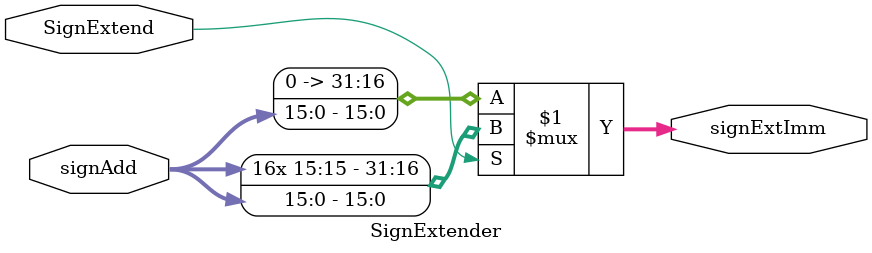
<source format=v>
`timescale 1ns / 1ps
module SignExtender(signExtImm, signAdd, SignExtend);
	input [15:0] signAdd;
	input SignExtend;
	output [31:0] signExtImm;
	// Check the sign extension control signal and extend offset value
	assign signExtImm = (SignExtend) ? {{16{signAdd[15]}},signAdd[15:0]} : {16'h0000,signAdd[15:0]};
endmodule

</source>
